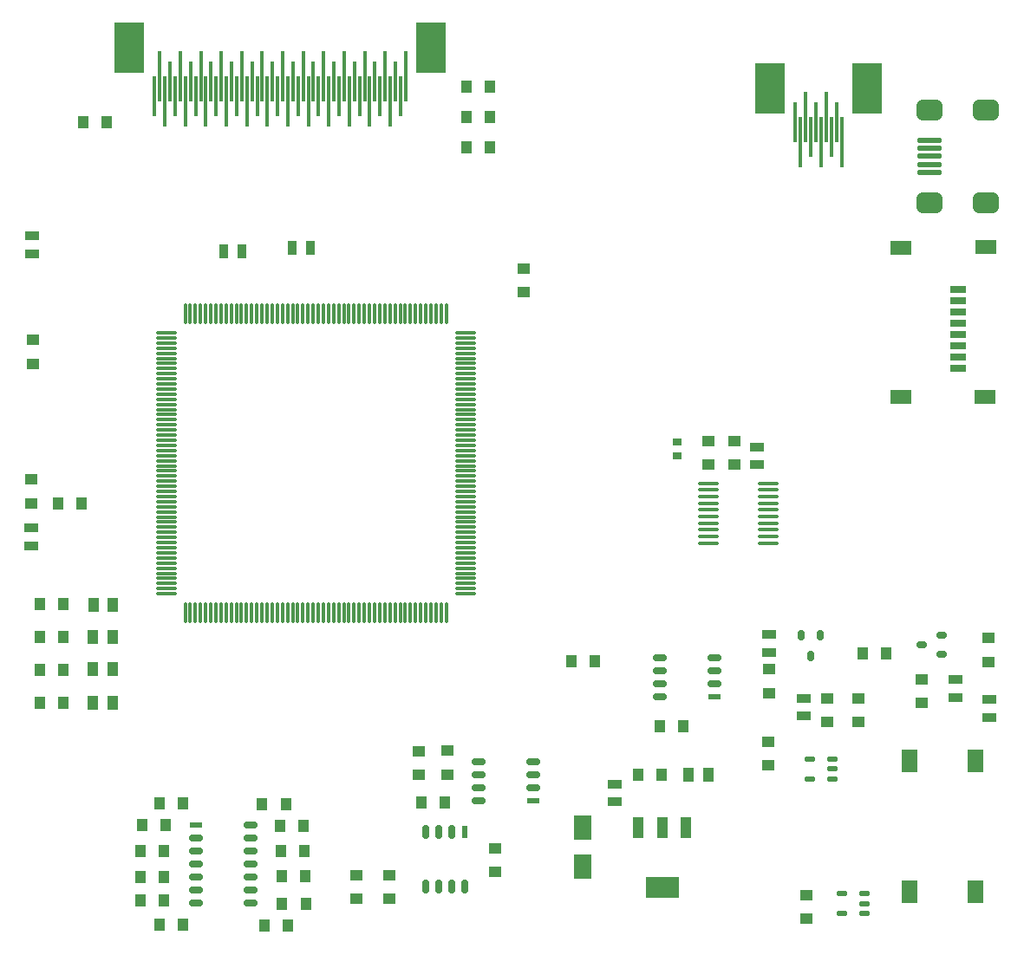
<source format=gtp>
G04 Layer_Color=8421504*
%FSLAX44Y44*%
%MOMM*%
G71*
G01*
G75*
%ADD10R,1.0000X1.3000*%
G04:AMPARAMS|DCode=11|XSize=1.3208mm|YSize=0.6096mm|CornerRadius=0.1524mm|HoleSize=0mm|Usage=FLASHONLY|Rotation=180.000|XOffset=0mm|YOffset=0mm|HoleType=Round|Shape=RoundedRectangle|*
%AMROUNDEDRECTD11*
21,1,1.3208,0.3048,0,0,180.0*
21,1,1.0160,0.6096,0,0,180.0*
1,1,0.3048,-0.5080,0.1524*
1,1,0.3048,0.5080,0.1524*
1,1,0.3048,0.5080,-0.1524*
1,1,0.3048,-0.5080,-0.1524*
%
%ADD11ROUNDEDRECTD11*%
%ADD12R,1.2700X0.6096*%
G04:AMPARAMS|DCode=13|XSize=1.3208mm|YSize=0.6096mm|CornerRadius=0.1524mm|HoleSize=0mm|Usage=FLASHONLY|Rotation=270.000|XOffset=0mm|YOffset=0mm|HoleType=Round|Shape=RoundedRectangle|*
%AMROUNDEDRECTD13*
21,1,1.3208,0.3048,0,0,270.0*
21,1,1.0160,0.6096,0,0,270.0*
1,1,0.3048,-0.1524,-0.5080*
1,1,0.3048,-0.1524,0.5080*
1,1,0.3048,0.1524,0.5080*
1,1,0.3048,0.1524,-0.5080*
%
%ADD13ROUNDEDRECTD13*%
%ADD14R,0.6096X1.2700*%
%ADD15R,1.3000X1.0000*%
G04:AMPARAMS|DCode=16|XSize=0.65mm|YSize=1mm|CornerRadius=0.1625mm|HoleSize=0mm|Usage=FLASHONLY|Rotation=180.000|XOffset=0mm|YOffset=0mm|HoleType=Round|Shape=RoundedRectangle|*
%AMROUNDEDRECTD16*
21,1,0.6500,0.6750,0,0,180.0*
21,1,0.3250,1.0000,0,0,180.0*
1,1,0.3250,-0.1625,0.3375*
1,1,0.3250,0.1625,0.3375*
1,1,0.3250,0.1625,-0.3375*
1,1,0.3250,-0.1625,-0.3375*
%
%ADD16ROUNDEDRECTD16*%
G04:AMPARAMS|DCode=17|XSize=0.5mm|YSize=2.3mm|CornerRadius=0.125mm|HoleSize=0mm|Usage=FLASHONLY|Rotation=270.000|XOffset=0mm|YOffset=0mm|HoleType=Round|Shape=RoundedRectangle|*
%AMROUNDEDRECTD17*
21,1,0.5000,2.0500,0,0,270.0*
21,1,0.2500,2.3000,0,0,270.0*
1,1,0.2500,-1.0250,-0.1250*
1,1,0.2500,-1.0250,0.1250*
1,1,0.2500,1.0250,0.1250*
1,1,0.2500,1.0250,-0.1250*
%
%ADD17ROUNDEDRECTD17*%
G04:AMPARAMS|DCode=18|XSize=2mm|YSize=2.5mm|CornerRadius=0.5mm|HoleSize=0mm|Usage=FLASHONLY|Rotation=270.000|XOffset=0mm|YOffset=0mm|HoleType=Round|Shape=RoundedRectangle|*
%AMROUNDEDRECTD18*
21,1,2.0000,1.5000,0,0,270.0*
21,1,1.0000,2.5000,0,0,270.0*
1,1,1.0000,-0.7500,-0.5000*
1,1,1.0000,-0.7500,0.5000*
1,1,1.0000,0.7500,0.5000*
1,1,1.0000,0.7500,-0.5000*
%
%ADD18ROUNDEDRECTD18*%
%ADD19R,0.9000X0.8000*%
%ADD20R,0.3000X4.0000*%
%ADD21R,0.3000X5.0000*%
%ADD22R,3.0000X5.0000*%
%ADD23R,1.4000X0.8500*%
%ADD24R,0.8500X1.4000*%
%ADD25R,1.7500X2.4000*%
%ADD26R,1.0000X1.4000*%
%ADD27R,1.0000X2.1500*%
%ADD28R,3.2500X2.1500*%
%ADD29O,2.1000X0.3500*%
%ADD30R,2.0000X1.4500*%
%ADD31R,1.5000X0.8000*%
%ADD32O,0.3000X2.1000*%
%ADD33O,2.1000X0.3000*%
G04:AMPARAMS|DCode=34|XSize=0.65mm|YSize=1mm|CornerRadius=0.1625mm|HoleSize=0mm|Usage=FLASHONLY|Rotation=90.000|XOffset=0mm|YOffset=0mm|HoleType=Round|Shape=RoundedRectangle|*
%AMROUNDEDRECTD34*
21,1,0.6500,0.6750,0,0,90.0*
21,1,0.3250,1.0000,0,0,90.0*
1,1,0.3250,0.3375,0.1625*
1,1,0.3250,0.3375,-0.1625*
1,1,0.3250,-0.3375,-0.1625*
1,1,0.3250,-0.3375,0.1625*
%
%ADD34ROUNDEDRECTD34*%
G04:AMPARAMS|DCode=35|XSize=0.55mm|YSize=1mm|CornerRadius=0.1375mm|HoleSize=0mm|Usage=FLASHONLY|Rotation=90.000|XOffset=0mm|YOffset=0mm|HoleType=Round|Shape=RoundedRectangle|*
%AMROUNDEDRECTD35*
21,1,0.5500,0.7250,0,0,90.0*
21,1,0.2750,1.0000,0,0,90.0*
1,1,0.2750,0.3625,0.1375*
1,1,0.2750,0.3625,-0.1375*
1,1,0.2750,-0.3625,-0.1375*
1,1,0.2750,-0.3625,0.1375*
%
%ADD35ROUNDEDRECTD35*%
%ADD36R,1.6000X2.2000*%
D10*
X585215Y1637250D02*
D03*
X608216D02*
D03*
X982750Y1613000D02*
D03*
X959750D02*
D03*
X982750Y1642500D02*
D03*
X959750D02*
D03*
X982750Y1672000D02*
D03*
X959750D02*
D03*
X938500Y972500D02*
D03*
X915500D02*
D03*
X802000Y900250D02*
D03*
X779000D02*
D03*
X683000Y852750D02*
D03*
X660000D02*
D03*
X660250Y971500D02*
D03*
X683250D02*
D03*
X762250Y852250D02*
D03*
X785250D02*
D03*
X565750Y1070250D02*
D03*
X542750D02*
D03*
X565750Y1102167D02*
D03*
X542750D02*
D03*
X565750Y1134083D02*
D03*
X542750D02*
D03*
X565750Y1166000D02*
D03*
X542750D02*
D03*
X1346750Y1117750D02*
D03*
X1369750D02*
D03*
X583500Y1264750D02*
D03*
X560500D02*
D03*
X802750Y873500D02*
D03*
X779750D02*
D03*
X1148250Y1046750D02*
D03*
X1171250D02*
D03*
X1062250Y1110250D02*
D03*
X1085250Y1110250D02*
D03*
X1127500Y1000000D02*
D03*
X1150500D02*
D03*
X778500Y925500D02*
D03*
X801500D02*
D03*
X783250Y971000D02*
D03*
X760250D02*
D03*
X777750Y949500D02*
D03*
X800750D02*
D03*
X664250Y899750D02*
D03*
X641250D02*
D03*
X664000Y876750D02*
D03*
X641000D02*
D03*
X664500Y925500D02*
D03*
X641500D02*
D03*
X666000Y950500D02*
D03*
X643000D02*
D03*
D11*
X971330Y974450D02*
D03*
Y987150D02*
D03*
Y1012550D02*
D03*
Y999850D02*
D03*
X1024670Y987150D02*
D03*
Y1012550D02*
D03*
Y999850D02*
D03*
X1201920Y1100850D02*
D03*
X1201920Y1113550D02*
D03*
Y1088150D02*
D03*
X1148580Y1100850D02*
D03*
X1148580Y1113550D02*
D03*
Y1088150D02*
D03*
X1148580Y1075450D02*
D03*
X749170Y912750D02*
D03*
X695830D02*
D03*
X749170Y925450D02*
D03*
X749170Y950850D02*
D03*
Y938150D02*
D03*
Y874650D02*
D03*
X749170Y900050D02*
D03*
X749170Y887350D02*
D03*
X695830Y925450D02*
D03*
X695830Y938150D02*
D03*
Y874650D02*
D03*
Y887350D02*
D03*
X695830Y900050D02*
D03*
D12*
X1024670Y974450D02*
D03*
X1201920Y1075450D02*
D03*
X695830Y950850D02*
D03*
D13*
X958150Y890130D02*
D03*
X945450D02*
D03*
X920050D02*
D03*
X932750D02*
D03*
X945450Y943470D02*
D03*
X920050D02*
D03*
X932750D02*
D03*
D14*
X958150D02*
D03*
D15*
X913250Y999750D02*
D03*
Y1022750D02*
D03*
X941000Y1000000D02*
D03*
Y1023000D02*
D03*
X1015500Y1494250D02*
D03*
Y1471250D02*
D03*
X1469750Y1133000D02*
D03*
Y1110000D02*
D03*
X1404500Y1069750D02*
D03*
Y1092750D02*
D03*
X852250Y878750D02*
D03*
Y901750D02*
D03*
X884100Y901800D02*
D03*
Y878800D02*
D03*
X987600Y905050D02*
D03*
Y928050D02*
D03*
X1255000Y1102500D02*
D03*
Y1079500D02*
D03*
X1312250Y1074250D02*
D03*
Y1051250D02*
D03*
X1254750Y1009000D02*
D03*
Y1032000D02*
D03*
X1291750Y859000D02*
D03*
Y882000D02*
D03*
X1342250Y1051250D02*
D03*
Y1074250D02*
D03*
X1221250Y1302500D02*
D03*
Y1325500D02*
D03*
X1196000Y1302500D02*
D03*
Y1325500D02*
D03*
X536000Y1401250D02*
D03*
Y1424250D02*
D03*
X535000Y1265035D02*
D03*
X535000Y1288035D02*
D03*
D16*
X1305500Y1135750D02*
D03*
X1286500D02*
D03*
X1296000Y1115750D02*
D03*
D17*
X1411750Y1603750D02*
D03*
Y1587750D02*
D03*
Y1595750D02*
D03*
Y1611750D02*
D03*
Y1619750D02*
D03*
D18*
Y1558750D02*
D03*
Y1648750D02*
D03*
X1466750Y1558750D02*
D03*
Y1648750D02*
D03*
D19*
X1165750Y1324500D02*
D03*
Y1311500D02*
D03*
D20*
X895250Y1662250D02*
D03*
X890250Y1677250D02*
D03*
X875250Y1662250D02*
D03*
X870250Y1677250D02*
D03*
X855250Y1662250D02*
D03*
X850250Y1677250D02*
D03*
X835250Y1662250D02*
D03*
X830250Y1677250D02*
D03*
X815250Y1662250D02*
D03*
X810250Y1677250D02*
D03*
X795250Y1662250D02*
D03*
X790250Y1677250D02*
D03*
X775250Y1662250D02*
D03*
X770250Y1677250D02*
D03*
X755250Y1662250D02*
D03*
X750250Y1677250D02*
D03*
X735250Y1662250D02*
D03*
X730250Y1677250D02*
D03*
X690250D02*
D03*
X710250D02*
D03*
X715250Y1662250D02*
D03*
X695250D02*
D03*
X675250D02*
D03*
X670250Y1677250D02*
D03*
X655250Y1662250D02*
D03*
X1321000Y1637500D02*
D03*
X1316000Y1622500D02*
D03*
X1301000Y1637500D02*
D03*
X1296000Y1622500D02*
D03*
X1281000Y1637500D02*
D03*
D21*
X885250Y1657250D02*
D03*
X865250D02*
D03*
X845250D02*
D03*
X825250D02*
D03*
X805250D02*
D03*
X785250D02*
D03*
X765250D02*
D03*
X745250D02*
D03*
X725250D02*
D03*
X705250D02*
D03*
X685250D02*
D03*
X665250D02*
D03*
X900250Y1682250D02*
D03*
X880250D02*
D03*
X860250D02*
D03*
X840250D02*
D03*
X820250D02*
D03*
X800250D02*
D03*
X780250D02*
D03*
X760250D02*
D03*
X740250D02*
D03*
X720250D02*
D03*
X700250D02*
D03*
X680250D02*
D03*
X660250D02*
D03*
X1326000Y1617500D02*
D03*
X1311000Y1642500D02*
D03*
X1306000Y1617500D02*
D03*
X1291000Y1642500D02*
D03*
X1286000Y1617500D02*
D03*
D22*
X630250Y1709750D02*
D03*
X925250D02*
D03*
X1351000Y1670000D02*
D03*
X1256000D02*
D03*
D23*
X1255250Y1136750D02*
D03*
Y1119250D02*
D03*
X1470250Y1055500D02*
D03*
Y1073000D02*
D03*
X1289000Y1057000D02*
D03*
Y1074500D02*
D03*
X1437250Y1075000D02*
D03*
Y1092500D02*
D03*
X1104750Y990500D02*
D03*
Y973000D02*
D03*
X1243750Y1320000D02*
D03*
Y1302500D02*
D03*
X535750Y1508500D02*
D03*
X535750Y1526000D02*
D03*
X535000Y1223250D02*
D03*
X535000Y1240750D02*
D03*
D24*
X722750Y1511250D02*
D03*
X740250D02*
D03*
X789500Y1514000D02*
D03*
X807000D02*
D03*
D25*
X1072750Y909750D02*
D03*
Y947750D02*
D03*
D26*
X614000Y1070000D02*
D03*
X595000D02*
D03*
X614000Y1102500D02*
D03*
X595000D02*
D03*
X614000Y1134000D02*
D03*
X595000D02*
D03*
X614250Y1165750D02*
D03*
X595250D02*
D03*
X1176500Y1000000D02*
D03*
X1195500D02*
D03*
D27*
X1173750Y948000D02*
D03*
X1150750Y948000D02*
D03*
X1127750Y948000D02*
D03*
D28*
X1150750Y889500D02*
D03*
D29*
X1254250Y1226000D02*
D03*
Y1232500D02*
D03*
Y1239000D02*
D03*
Y1245500D02*
D03*
Y1252000D02*
D03*
Y1258500D02*
D03*
Y1265000D02*
D03*
Y1271500D02*
D03*
Y1278000D02*
D03*
Y1284500D02*
D03*
X1196250Y1226000D02*
D03*
Y1232500D02*
D03*
Y1239000D02*
D03*
Y1245500D02*
D03*
Y1252000D02*
D03*
Y1258500D02*
D03*
Y1265000D02*
D03*
Y1271500D02*
D03*
Y1278000D02*
D03*
Y1284500D02*
D03*
D30*
X1384000Y1369000D02*
D03*
Y1514000D02*
D03*
X1467000Y1515000D02*
D03*
X1466000Y1369000D02*
D03*
D31*
X1440000Y1474000D02*
D03*
Y1463000D02*
D03*
Y1452000D02*
D03*
Y1441000D02*
D03*
Y1430000D02*
D03*
Y1419000D02*
D03*
Y1408000D02*
D03*
Y1397000D02*
D03*
D32*
X939971Y1449931D02*
D03*
X934971D02*
D03*
X929971D02*
D03*
X924971D02*
D03*
X919971D02*
D03*
X914971D02*
D03*
X909971D02*
D03*
X904971D02*
D03*
X899971D02*
D03*
X894971D02*
D03*
X889971D02*
D03*
X884971D02*
D03*
X879971D02*
D03*
X874971D02*
D03*
X869971D02*
D03*
X864971D02*
D03*
X859971D02*
D03*
X854971D02*
D03*
X849971D02*
D03*
X844971D02*
D03*
X839971D02*
D03*
X834971D02*
D03*
X829971D02*
D03*
X824971D02*
D03*
X819971D02*
D03*
X814971D02*
D03*
X809971D02*
D03*
X804971D02*
D03*
X799971D02*
D03*
X794971D02*
D03*
X789971D02*
D03*
X784971D02*
D03*
X779971D02*
D03*
X774971D02*
D03*
X769971D02*
D03*
X764971D02*
D03*
X759971D02*
D03*
X754971D02*
D03*
X749971D02*
D03*
X744971D02*
D03*
X739971D02*
D03*
X734971D02*
D03*
X729971D02*
D03*
X724971D02*
D03*
X719971D02*
D03*
X714971D02*
D03*
X709971D02*
D03*
X704971D02*
D03*
X699971D02*
D03*
X694971D02*
D03*
X689971D02*
D03*
X684971D02*
D03*
Y1157931D02*
D03*
X689971D02*
D03*
X694971D02*
D03*
X699971D02*
D03*
X704971D02*
D03*
X709971D02*
D03*
X714971D02*
D03*
X719971D02*
D03*
X724971D02*
D03*
X729971D02*
D03*
X734971D02*
D03*
X739971D02*
D03*
X744971D02*
D03*
X749971D02*
D03*
X754971D02*
D03*
X759971D02*
D03*
X764971D02*
D03*
X769971D02*
D03*
X774971D02*
D03*
X779971D02*
D03*
X784971D02*
D03*
X789971D02*
D03*
X794971D02*
D03*
X799971D02*
D03*
X804971D02*
D03*
X809971D02*
D03*
X814971D02*
D03*
X819971D02*
D03*
X824971D02*
D03*
X829971D02*
D03*
X834971D02*
D03*
X839971D02*
D03*
X844971D02*
D03*
X849971D02*
D03*
X854971D02*
D03*
X859971D02*
D03*
X864971D02*
D03*
X869971D02*
D03*
X874971D02*
D03*
X879971D02*
D03*
X884971D02*
D03*
X889971D02*
D03*
X894971D02*
D03*
X899971D02*
D03*
X904971D02*
D03*
X909971D02*
D03*
X914971D02*
D03*
X919971D02*
D03*
X924971D02*
D03*
X929971D02*
D03*
X934971D02*
D03*
X939971D02*
D03*
D33*
X666471Y1431431D02*
D03*
Y1426431D02*
D03*
Y1421431D02*
D03*
Y1416431D02*
D03*
Y1411431D02*
D03*
Y1406431D02*
D03*
Y1401431D02*
D03*
Y1396431D02*
D03*
Y1391431D02*
D03*
Y1386431D02*
D03*
Y1381431D02*
D03*
Y1376431D02*
D03*
Y1371431D02*
D03*
Y1366431D02*
D03*
Y1361431D02*
D03*
Y1356431D02*
D03*
Y1351431D02*
D03*
Y1346431D02*
D03*
Y1341431D02*
D03*
Y1336431D02*
D03*
Y1331431D02*
D03*
Y1326431D02*
D03*
Y1321431D02*
D03*
Y1316431D02*
D03*
Y1311431D02*
D03*
Y1306431D02*
D03*
Y1301431D02*
D03*
Y1296431D02*
D03*
Y1291431D02*
D03*
Y1286431D02*
D03*
Y1281431D02*
D03*
Y1276431D02*
D03*
Y1271431D02*
D03*
Y1266431D02*
D03*
Y1261431D02*
D03*
Y1256431D02*
D03*
Y1251431D02*
D03*
Y1246431D02*
D03*
Y1241431D02*
D03*
Y1236431D02*
D03*
Y1231431D02*
D03*
Y1226431D02*
D03*
Y1221431D02*
D03*
Y1216431D02*
D03*
Y1211431D02*
D03*
Y1206431D02*
D03*
Y1201431D02*
D03*
Y1196431D02*
D03*
Y1191431D02*
D03*
Y1186431D02*
D03*
Y1181431D02*
D03*
Y1176431D02*
D03*
X958471D02*
D03*
Y1181431D02*
D03*
Y1186431D02*
D03*
Y1191431D02*
D03*
Y1196431D02*
D03*
Y1201431D02*
D03*
Y1206431D02*
D03*
Y1211431D02*
D03*
Y1216431D02*
D03*
Y1221431D02*
D03*
Y1226431D02*
D03*
Y1231431D02*
D03*
Y1236431D02*
D03*
Y1241431D02*
D03*
Y1246431D02*
D03*
Y1251431D02*
D03*
Y1256431D02*
D03*
Y1261431D02*
D03*
Y1266431D02*
D03*
Y1271431D02*
D03*
Y1276431D02*
D03*
Y1281431D02*
D03*
Y1286431D02*
D03*
Y1291431D02*
D03*
Y1296431D02*
D03*
Y1301431D02*
D03*
Y1306431D02*
D03*
Y1311431D02*
D03*
Y1316431D02*
D03*
Y1321431D02*
D03*
Y1326431D02*
D03*
Y1331431D02*
D03*
Y1336431D02*
D03*
Y1341431D02*
D03*
Y1346431D02*
D03*
Y1351431D02*
D03*
Y1356431D02*
D03*
Y1361431D02*
D03*
Y1366431D02*
D03*
Y1371431D02*
D03*
Y1376431D02*
D03*
Y1381431D02*
D03*
Y1386431D02*
D03*
Y1391431D02*
D03*
Y1396431D02*
D03*
Y1401431D02*
D03*
Y1406431D02*
D03*
Y1411431D02*
D03*
Y1416431D02*
D03*
Y1421431D02*
D03*
Y1426431D02*
D03*
Y1431431D02*
D03*
D34*
X1424000Y1117000D02*
D03*
Y1136000D02*
D03*
X1404000Y1126500D02*
D03*
D35*
X1326250Y864250D02*
D03*
Y883250D02*
D03*
X1348250D02*
D03*
X1348250Y873750D02*
D03*
X1348250Y864250D02*
D03*
X1294750Y995750D02*
D03*
Y1014750D02*
D03*
X1316750D02*
D03*
X1316750Y1005250D02*
D03*
X1316750Y995750D02*
D03*
D36*
X1392500Y885500D02*
D03*
X1456500D02*
D03*
X1392500Y1013483D02*
D03*
X1456500D02*
D03*
M02*

</source>
